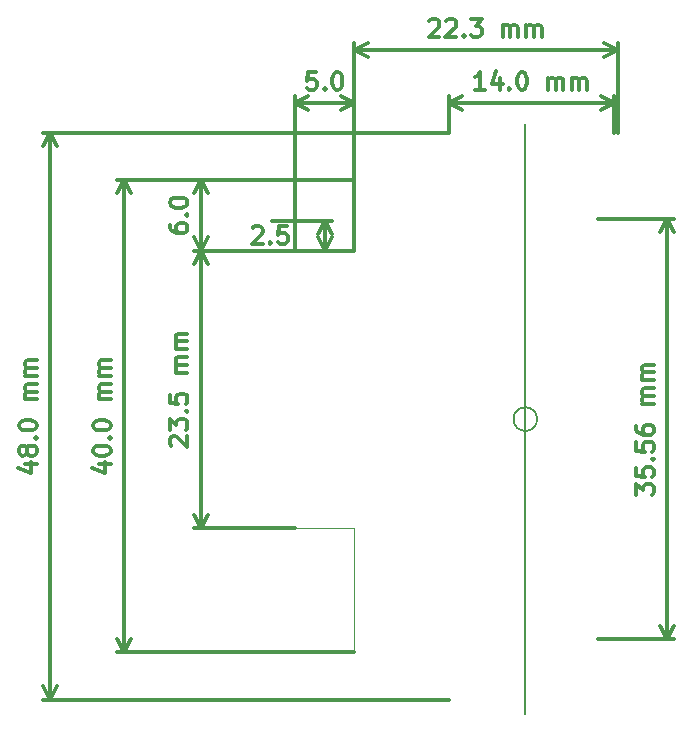
<source format=gbr>
G04 #@! TF.GenerationSoftware,KiCad,Pcbnew,6.0.11-2627ca5db0~126~ubuntu22.04.1*
G04 #@! TF.CreationDate,2023-12-06T10:38:33+01:00*
G04 #@! TF.ProjectId,bus-module_attiny1634,6275732d-6d6f-4647-956c-655f61747469,C*
G04 #@! TF.SameCoordinates,Original*
G04 #@! TF.FileFunction,Other,Comment*
%FSLAX46Y46*%
G04 Gerber Fmt 4.6, Leading zero omitted, Abs format (unit mm)*
G04 Created by KiCad (PCBNEW 6.0.11-2627ca5db0~126~ubuntu22.04.1) date 2023-12-06 10:38:33*
%MOMM*%
%LPD*%
G01*
G04 APERTURE LIST*
%ADD10C,0.100000*%
%ADD11C,0.200000*%
%ADD12C,0.300000*%
G04 APERTURE END LIST*
D10*
X85000000Y-86000000D02*
X80000000Y-86000000D01*
X80000000Y-109500000D02*
X85000000Y-109500000D01*
D11*
X100492000Y-100254000D02*
G75*
G03*
X100492000Y-100254000I-1000000J0D01*
G01*
X99492000Y-75254000D02*
X99492000Y-125254000D01*
D10*
X85000000Y-120000000D02*
X85000000Y-109500000D01*
X85000000Y-80000000D02*
X85000000Y-86000000D01*
D12*
X69521428Y-102535714D02*
X69450000Y-102464285D01*
X69378571Y-102321428D01*
X69378571Y-101964285D01*
X69450000Y-101821428D01*
X69521428Y-101750000D01*
X69664285Y-101678571D01*
X69807142Y-101678571D01*
X70021428Y-101750000D01*
X70878571Y-102607142D01*
X70878571Y-101678571D01*
X69378571Y-101178571D02*
X69378571Y-100250000D01*
X69950000Y-100750000D01*
X69950000Y-100535714D01*
X70021428Y-100392857D01*
X70092857Y-100321428D01*
X70235714Y-100250000D01*
X70592857Y-100250000D01*
X70735714Y-100321428D01*
X70807142Y-100392857D01*
X70878571Y-100535714D01*
X70878571Y-100964285D01*
X70807142Y-101107142D01*
X70735714Y-101178571D01*
X70735714Y-99607142D02*
X70807142Y-99535714D01*
X70878571Y-99607142D01*
X70807142Y-99678571D01*
X70735714Y-99607142D01*
X70878571Y-99607142D01*
X69378571Y-98178571D02*
X69378571Y-98892857D01*
X70092857Y-98964285D01*
X70021428Y-98892857D01*
X69950000Y-98750000D01*
X69950000Y-98392857D01*
X70021428Y-98250000D01*
X70092857Y-98178571D01*
X70235714Y-98107142D01*
X70592857Y-98107142D01*
X70735714Y-98178571D01*
X70807142Y-98250000D01*
X70878571Y-98392857D01*
X70878571Y-98750000D01*
X70807142Y-98892857D01*
X70735714Y-98964285D01*
X70878571Y-96321428D02*
X69878571Y-96321428D01*
X70021428Y-96321428D02*
X69950000Y-96250000D01*
X69878571Y-96107142D01*
X69878571Y-95892857D01*
X69950000Y-95750000D01*
X70092857Y-95678571D01*
X70878571Y-95678571D01*
X70092857Y-95678571D02*
X69950000Y-95607142D01*
X69878571Y-95464285D01*
X69878571Y-95250000D01*
X69950000Y-95107142D01*
X70092857Y-95035714D01*
X70878571Y-95035714D01*
X70878571Y-94321428D02*
X69878571Y-94321428D01*
X70021428Y-94321428D02*
X69950000Y-94250000D01*
X69878571Y-94107142D01*
X69878571Y-93892857D01*
X69950000Y-93750000D01*
X70092857Y-93678571D01*
X70878571Y-93678571D01*
X70092857Y-93678571D02*
X69950000Y-93607142D01*
X69878571Y-93464285D01*
X69878571Y-93250000D01*
X69950000Y-93107142D01*
X70092857Y-93035714D01*
X70878571Y-93035714D01*
X80000000Y-109500000D02*
X71413580Y-109500000D01*
X80000000Y-86000000D02*
X71413580Y-86000000D01*
X72000000Y-109500000D02*
X72000000Y-86000000D01*
X72000000Y-109500000D02*
X72000000Y-86000000D01*
X72000000Y-109500000D02*
X72586421Y-108373496D01*
X72000000Y-109500000D02*
X71413579Y-108373496D01*
X72000000Y-86000000D02*
X71413579Y-87126504D01*
X72000000Y-86000000D02*
X72586421Y-87126504D01*
X69378571Y-83785714D02*
X69378571Y-84071428D01*
X69450000Y-84214285D01*
X69521428Y-84285714D01*
X69735714Y-84428571D01*
X70021428Y-84500000D01*
X70592857Y-84500000D01*
X70735714Y-84428571D01*
X70807142Y-84357142D01*
X70878571Y-84214285D01*
X70878571Y-83928571D01*
X70807142Y-83785714D01*
X70735714Y-83714285D01*
X70592857Y-83642857D01*
X70235714Y-83642857D01*
X70092857Y-83714285D01*
X70021428Y-83785714D01*
X69950000Y-83928571D01*
X69950000Y-84214285D01*
X70021428Y-84357142D01*
X70092857Y-84428571D01*
X70235714Y-84500000D01*
X70735714Y-83000000D02*
X70807142Y-82928571D01*
X70878571Y-83000000D01*
X70807142Y-83071428D01*
X70735714Y-83000000D01*
X70878571Y-83000000D01*
X69378571Y-82000000D02*
X69378571Y-81857142D01*
X69450000Y-81714285D01*
X69521428Y-81642857D01*
X69664285Y-81571428D01*
X69950000Y-81500000D01*
X70307142Y-81500000D01*
X70592857Y-81571428D01*
X70735714Y-81642857D01*
X70807142Y-81714285D01*
X70878571Y-81857142D01*
X70878571Y-82000000D01*
X70807142Y-82142857D01*
X70735714Y-82214285D01*
X70592857Y-82285714D01*
X70307142Y-82357142D01*
X69950000Y-82357142D01*
X69664285Y-82285714D01*
X69521428Y-82214285D01*
X69450000Y-82142857D01*
X69378571Y-82000000D01*
X85000000Y-86000000D02*
X71413580Y-86000000D01*
X85000000Y-80000000D02*
X71413580Y-80000000D01*
X72000000Y-86000000D02*
X72000000Y-80000000D01*
X72000000Y-86000000D02*
X72000000Y-80000000D01*
X72000000Y-86000000D02*
X72586421Y-84873496D01*
X72000000Y-86000000D02*
X71413579Y-84873496D01*
X72000000Y-80000000D02*
X71413579Y-81126504D01*
X72000000Y-80000000D02*
X72586421Y-81126504D01*
X108884571Y-106663428D02*
X108884571Y-105734857D01*
X109456000Y-106234857D01*
X109456000Y-106020571D01*
X109527428Y-105877714D01*
X109598857Y-105806285D01*
X109741714Y-105734857D01*
X110098857Y-105734857D01*
X110241714Y-105806285D01*
X110313142Y-105877714D01*
X110384571Y-106020571D01*
X110384571Y-106449142D01*
X110313142Y-106592000D01*
X110241714Y-106663428D01*
X108884571Y-104377714D02*
X108884571Y-105092000D01*
X109598857Y-105163428D01*
X109527428Y-105092000D01*
X109456000Y-104949142D01*
X109456000Y-104592000D01*
X109527428Y-104449142D01*
X109598857Y-104377714D01*
X109741714Y-104306285D01*
X110098857Y-104306285D01*
X110241714Y-104377714D01*
X110313142Y-104449142D01*
X110384571Y-104592000D01*
X110384571Y-104949142D01*
X110313142Y-105092000D01*
X110241714Y-105163428D01*
X110241714Y-103663428D02*
X110313142Y-103592000D01*
X110384571Y-103663428D01*
X110313142Y-103734857D01*
X110241714Y-103663428D01*
X110384571Y-103663428D01*
X108884571Y-102234857D02*
X108884571Y-102949142D01*
X109598857Y-103020571D01*
X109527428Y-102949142D01*
X109456000Y-102806285D01*
X109456000Y-102449142D01*
X109527428Y-102306285D01*
X109598857Y-102234857D01*
X109741714Y-102163428D01*
X110098857Y-102163428D01*
X110241714Y-102234857D01*
X110313142Y-102306285D01*
X110384571Y-102449142D01*
X110384571Y-102806285D01*
X110313142Y-102949142D01*
X110241714Y-103020571D01*
X108884571Y-100877714D02*
X108884571Y-101163428D01*
X108956000Y-101306285D01*
X109027428Y-101377714D01*
X109241714Y-101520571D01*
X109527428Y-101592000D01*
X110098857Y-101592000D01*
X110241714Y-101520571D01*
X110313142Y-101449142D01*
X110384571Y-101306285D01*
X110384571Y-101020571D01*
X110313142Y-100877714D01*
X110241714Y-100806285D01*
X110098857Y-100734857D01*
X109741714Y-100734857D01*
X109598857Y-100806285D01*
X109527428Y-100877714D01*
X109456000Y-101020571D01*
X109456000Y-101306285D01*
X109527428Y-101449142D01*
X109598857Y-101520571D01*
X109741714Y-101592000D01*
X110384571Y-98949142D02*
X109384571Y-98949142D01*
X109527428Y-98949142D02*
X109456000Y-98877714D01*
X109384571Y-98734857D01*
X109384571Y-98520571D01*
X109456000Y-98377714D01*
X109598857Y-98306285D01*
X110384571Y-98306285D01*
X109598857Y-98306285D02*
X109456000Y-98234857D01*
X109384571Y-98092000D01*
X109384571Y-97877714D01*
X109456000Y-97734857D01*
X109598857Y-97663428D01*
X110384571Y-97663428D01*
X110384571Y-96949142D02*
X109384571Y-96949142D01*
X109527428Y-96949142D02*
X109456000Y-96877714D01*
X109384571Y-96734857D01*
X109384571Y-96520571D01*
X109456000Y-96377714D01*
X109598857Y-96306285D01*
X110384571Y-96306285D01*
X109598857Y-96306285D02*
X109456000Y-96234857D01*
X109384571Y-96092000D01*
X109384571Y-95877714D01*
X109456000Y-95734857D01*
X109598857Y-95663428D01*
X110384571Y-95663428D01*
X105664000Y-118872000D02*
X112092420Y-118872000D01*
X105664000Y-83312000D02*
X112092420Y-83312000D01*
X111506000Y-118872000D02*
X111506000Y-83312000D01*
X111506000Y-118872000D02*
X111506000Y-83312000D01*
X111506000Y-118872000D02*
X112092421Y-117745496D01*
X111506000Y-118872000D02*
X110919579Y-117745496D01*
X111506000Y-83312000D02*
X110919579Y-84438504D01*
X111506000Y-83312000D02*
X112092421Y-84438504D01*
X76400000Y-84066428D02*
X76471428Y-83995000D01*
X76614285Y-83923571D01*
X76971428Y-83923571D01*
X77114285Y-83995000D01*
X77185714Y-84066428D01*
X77257142Y-84209285D01*
X77257142Y-84352142D01*
X77185714Y-84566428D01*
X76328571Y-85423571D01*
X77257142Y-85423571D01*
X77900000Y-85280714D02*
X77971428Y-85352142D01*
X77900000Y-85423571D01*
X77828571Y-85352142D01*
X77900000Y-85280714D01*
X77900000Y-85423571D01*
X79328571Y-83923571D02*
X78614285Y-83923571D01*
X78542857Y-84637857D01*
X78614285Y-84566428D01*
X78757142Y-84495000D01*
X79114285Y-84495000D01*
X79257142Y-84566428D01*
X79328571Y-84637857D01*
X79400000Y-84780714D01*
X79400000Y-85137857D01*
X79328571Y-85280714D01*
X79257142Y-85352142D01*
X79114285Y-85423571D01*
X78757142Y-85423571D01*
X78614285Y-85352142D01*
X78542857Y-85280714D01*
X78025000Y-83495000D02*
X83111420Y-83495000D01*
X78025000Y-85995000D02*
X83111420Y-85995000D01*
X82525000Y-83495000D02*
X82525000Y-85995000D01*
X82525000Y-83495000D02*
X82525000Y-85995000D01*
X82525000Y-83495000D02*
X81938579Y-84621504D01*
X82525000Y-83495000D02*
X83111421Y-84621504D01*
X82525000Y-85995000D02*
X83111421Y-84868496D01*
X82525000Y-85995000D02*
X81938579Y-84868496D01*
X96071428Y-72378571D02*
X95214285Y-72378571D01*
X95642857Y-72378571D02*
X95642857Y-70878571D01*
X95500000Y-71092857D01*
X95357142Y-71235714D01*
X95214285Y-71307142D01*
X97357142Y-71378571D02*
X97357142Y-72378571D01*
X97000000Y-70807142D02*
X96642857Y-71878571D01*
X97571428Y-71878571D01*
X98142857Y-72235714D02*
X98214285Y-72307142D01*
X98142857Y-72378571D01*
X98071428Y-72307142D01*
X98142857Y-72235714D01*
X98142857Y-72378571D01*
X99142857Y-70878571D02*
X99285714Y-70878571D01*
X99428571Y-70950000D01*
X99500000Y-71021428D01*
X99571428Y-71164285D01*
X99642857Y-71450000D01*
X99642857Y-71807142D01*
X99571428Y-72092857D01*
X99500000Y-72235714D01*
X99428571Y-72307142D01*
X99285714Y-72378571D01*
X99142857Y-72378571D01*
X99000000Y-72307142D01*
X98928571Y-72235714D01*
X98857142Y-72092857D01*
X98785714Y-71807142D01*
X98785714Y-71450000D01*
X98857142Y-71164285D01*
X98928571Y-71021428D01*
X99000000Y-70950000D01*
X99142857Y-70878571D01*
X101428571Y-72378571D02*
X101428571Y-71378571D01*
X101428571Y-71521428D02*
X101500000Y-71450000D01*
X101642857Y-71378571D01*
X101857142Y-71378571D01*
X102000000Y-71450000D01*
X102071428Y-71592857D01*
X102071428Y-72378571D01*
X102071428Y-71592857D02*
X102142857Y-71450000D01*
X102285714Y-71378571D01*
X102500000Y-71378571D01*
X102642857Y-71450000D01*
X102714285Y-71592857D01*
X102714285Y-72378571D01*
X103428571Y-72378571D02*
X103428571Y-71378571D01*
X103428571Y-71521428D02*
X103500000Y-71450000D01*
X103642857Y-71378571D01*
X103857142Y-71378571D01*
X104000000Y-71450000D01*
X104071428Y-71592857D01*
X104071428Y-72378571D01*
X104071428Y-71592857D02*
X104142857Y-71450000D01*
X104285714Y-71378571D01*
X104500000Y-71378571D01*
X104642857Y-71450000D01*
X104714285Y-71592857D01*
X104714285Y-72378571D01*
X107000000Y-76000000D02*
X107000000Y-72913580D01*
X93000000Y-76000000D02*
X93000000Y-72913580D01*
X107000000Y-73500000D02*
X93000000Y-73500000D01*
X107000000Y-73500000D02*
X93000000Y-73500000D01*
X107000000Y-73500000D02*
X105873496Y-72913579D01*
X107000000Y-73500000D02*
X105873496Y-74086421D01*
X93000000Y-73500000D02*
X94126504Y-74086421D01*
X93000000Y-73500000D02*
X94126504Y-72913579D01*
X63378571Y-104071428D02*
X64378571Y-104071428D01*
X62807142Y-104428571D02*
X63878571Y-104785714D01*
X63878571Y-103857142D01*
X62878571Y-103000000D02*
X62878571Y-102857142D01*
X62950000Y-102714285D01*
X63021428Y-102642857D01*
X63164285Y-102571428D01*
X63450000Y-102500000D01*
X63807142Y-102500000D01*
X64092857Y-102571428D01*
X64235714Y-102642857D01*
X64307142Y-102714285D01*
X64378571Y-102857142D01*
X64378571Y-103000000D01*
X64307142Y-103142857D01*
X64235714Y-103214285D01*
X64092857Y-103285714D01*
X63807142Y-103357142D01*
X63450000Y-103357142D01*
X63164285Y-103285714D01*
X63021428Y-103214285D01*
X62950000Y-103142857D01*
X62878571Y-103000000D01*
X64235714Y-101857142D02*
X64307142Y-101785714D01*
X64378571Y-101857142D01*
X64307142Y-101928571D01*
X64235714Y-101857142D01*
X64378571Y-101857142D01*
X62878571Y-100857142D02*
X62878571Y-100714285D01*
X62950000Y-100571428D01*
X63021428Y-100500000D01*
X63164285Y-100428571D01*
X63450000Y-100357142D01*
X63807142Y-100357142D01*
X64092857Y-100428571D01*
X64235714Y-100500000D01*
X64307142Y-100571428D01*
X64378571Y-100714285D01*
X64378571Y-100857142D01*
X64307142Y-101000000D01*
X64235714Y-101071428D01*
X64092857Y-101142857D01*
X63807142Y-101214285D01*
X63450000Y-101214285D01*
X63164285Y-101142857D01*
X63021428Y-101071428D01*
X62950000Y-101000000D01*
X62878571Y-100857142D01*
X64378571Y-98571428D02*
X63378571Y-98571428D01*
X63521428Y-98571428D02*
X63450000Y-98500000D01*
X63378571Y-98357142D01*
X63378571Y-98142857D01*
X63450000Y-98000000D01*
X63592857Y-97928571D01*
X64378571Y-97928571D01*
X63592857Y-97928571D02*
X63450000Y-97857142D01*
X63378571Y-97714285D01*
X63378571Y-97500000D01*
X63450000Y-97357142D01*
X63592857Y-97285714D01*
X64378571Y-97285714D01*
X64378571Y-96571428D02*
X63378571Y-96571428D01*
X63521428Y-96571428D02*
X63450000Y-96500000D01*
X63378571Y-96357142D01*
X63378571Y-96142857D01*
X63450000Y-96000000D01*
X63592857Y-95928571D01*
X64378571Y-95928571D01*
X63592857Y-95928571D02*
X63450000Y-95857142D01*
X63378571Y-95714285D01*
X63378571Y-95500000D01*
X63450000Y-95357142D01*
X63592857Y-95285714D01*
X64378571Y-95285714D01*
X85000000Y-120000000D02*
X64913580Y-120000000D01*
X85000000Y-80000000D02*
X64913580Y-80000000D01*
X65500000Y-120000000D02*
X65500000Y-80000000D01*
X65500000Y-120000000D02*
X65500000Y-80000000D01*
X65500000Y-120000000D02*
X66086421Y-118873496D01*
X65500000Y-120000000D02*
X64913579Y-118873496D01*
X65500000Y-80000000D02*
X64913579Y-81126504D01*
X65500000Y-80000000D02*
X66086421Y-81126504D01*
X91364285Y-66541428D02*
X91435714Y-66470000D01*
X91578571Y-66398571D01*
X91935714Y-66398571D01*
X92078571Y-66470000D01*
X92150000Y-66541428D01*
X92221428Y-66684285D01*
X92221428Y-66827142D01*
X92150000Y-67041428D01*
X91292857Y-67898571D01*
X92221428Y-67898571D01*
X92792857Y-66541428D02*
X92864285Y-66470000D01*
X93007142Y-66398571D01*
X93364285Y-66398571D01*
X93507142Y-66470000D01*
X93578571Y-66541428D01*
X93650000Y-66684285D01*
X93650000Y-66827142D01*
X93578571Y-67041428D01*
X92721428Y-67898571D01*
X93650000Y-67898571D01*
X94292857Y-67755714D02*
X94364285Y-67827142D01*
X94292857Y-67898571D01*
X94221428Y-67827142D01*
X94292857Y-67755714D01*
X94292857Y-67898571D01*
X94864285Y-66398571D02*
X95792857Y-66398571D01*
X95292857Y-66970000D01*
X95507142Y-66970000D01*
X95650000Y-67041428D01*
X95721428Y-67112857D01*
X95792857Y-67255714D01*
X95792857Y-67612857D01*
X95721428Y-67755714D01*
X95650000Y-67827142D01*
X95507142Y-67898571D01*
X95078571Y-67898571D01*
X94935714Y-67827142D01*
X94864285Y-67755714D01*
X97578571Y-67898571D02*
X97578571Y-66898571D01*
X97578571Y-67041428D02*
X97650000Y-66970000D01*
X97792857Y-66898571D01*
X98007142Y-66898571D01*
X98150000Y-66970000D01*
X98221428Y-67112857D01*
X98221428Y-67898571D01*
X98221428Y-67112857D02*
X98292857Y-66970000D01*
X98435714Y-66898571D01*
X98650000Y-66898571D01*
X98792857Y-66970000D01*
X98864285Y-67112857D01*
X98864285Y-67898571D01*
X99578571Y-67898571D02*
X99578571Y-66898571D01*
X99578571Y-67041428D02*
X99650000Y-66970000D01*
X99792857Y-66898571D01*
X100007142Y-66898571D01*
X100150000Y-66970000D01*
X100221428Y-67112857D01*
X100221428Y-67898571D01*
X100221428Y-67112857D02*
X100292857Y-66970000D01*
X100435714Y-66898571D01*
X100650000Y-66898571D01*
X100792857Y-66970000D01*
X100864285Y-67112857D01*
X100864285Y-67898571D01*
X85000000Y-76020000D02*
X85000000Y-68433580D01*
X107300000Y-76020000D02*
X107300000Y-68433580D01*
X85000000Y-69020000D02*
X107300000Y-69020000D01*
X85000000Y-69020000D02*
X107300000Y-69020000D01*
X85000000Y-69020000D02*
X86126504Y-69606421D01*
X85000000Y-69020000D02*
X86126504Y-68433579D01*
X107300000Y-69020000D02*
X106173496Y-68433579D01*
X107300000Y-69020000D02*
X106173496Y-69606421D01*
X57128571Y-104071428D02*
X58128571Y-104071428D01*
X56557142Y-104428571D02*
X57628571Y-104785714D01*
X57628571Y-103857142D01*
X57271428Y-103071428D02*
X57200000Y-103214285D01*
X57128571Y-103285714D01*
X56985714Y-103357142D01*
X56914285Y-103357142D01*
X56771428Y-103285714D01*
X56700000Y-103214285D01*
X56628571Y-103071428D01*
X56628571Y-102785714D01*
X56700000Y-102642857D01*
X56771428Y-102571428D01*
X56914285Y-102500000D01*
X56985714Y-102500000D01*
X57128571Y-102571428D01*
X57200000Y-102642857D01*
X57271428Y-102785714D01*
X57271428Y-103071428D01*
X57342857Y-103214285D01*
X57414285Y-103285714D01*
X57557142Y-103357142D01*
X57842857Y-103357142D01*
X57985714Y-103285714D01*
X58057142Y-103214285D01*
X58128571Y-103071428D01*
X58128571Y-102785714D01*
X58057142Y-102642857D01*
X57985714Y-102571428D01*
X57842857Y-102500000D01*
X57557142Y-102500000D01*
X57414285Y-102571428D01*
X57342857Y-102642857D01*
X57271428Y-102785714D01*
X57985714Y-101857142D02*
X58057142Y-101785714D01*
X58128571Y-101857142D01*
X58057142Y-101928571D01*
X57985714Y-101857142D01*
X58128571Y-101857142D01*
X56628571Y-100857142D02*
X56628571Y-100714285D01*
X56700000Y-100571428D01*
X56771428Y-100500000D01*
X56914285Y-100428571D01*
X57200000Y-100357142D01*
X57557142Y-100357142D01*
X57842857Y-100428571D01*
X57985714Y-100500000D01*
X58057142Y-100571428D01*
X58128571Y-100714285D01*
X58128571Y-100857142D01*
X58057142Y-101000000D01*
X57985714Y-101071428D01*
X57842857Y-101142857D01*
X57557142Y-101214285D01*
X57200000Y-101214285D01*
X56914285Y-101142857D01*
X56771428Y-101071428D01*
X56700000Y-101000000D01*
X56628571Y-100857142D01*
X58128571Y-98571428D02*
X57128571Y-98571428D01*
X57271428Y-98571428D02*
X57200000Y-98500000D01*
X57128571Y-98357142D01*
X57128571Y-98142857D01*
X57200000Y-98000000D01*
X57342857Y-97928571D01*
X58128571Y-97928571D01*
X57342857Y-97928571D02*
X57200000Y-97857142D01*
X57128571Y-97714285D01*
X57128571Y-97500000D01*
X57200000Y-97357142D01*
X57342857Y-97285714D01*
X58128571Y-97285714D01*
X58128571Y-96571428D02*
X57128571Y-96571428D01*
X57271428Y-96571428D02*
X57200000Y-96500000D01*
X57128571Y-96357142D01*
X57128571Y-96142857D01*
X57200000Y-96000000D01*
X57342857Y-95928571D01*
X58128571Y-95928571D01*
X57342857Y-95928571D02*
X57200000Y-95857142D01*
X57128571Y-95714285D01*
X57128571Y-95500000D01*
X57200000Y-95357142D01*
X57342857Y-95285714D01*
X58128571Y-95285714D01*
X93000000Y-124000000D02*
X58663580Y-124000000D01*
X93000000Y-76000000D02*
X58663580Y-76000000D01*
X59250000Y-124000000D02*
X59250000Y-76000000D01*
X59250000Y-124000000D02*
X59250000Y-76000000D01*
X59250000Y-124000000D02*
X59836421Y-122873496D01*
X59250000Y-124000000D02*
X58663579Y-122873496D01*
X59250000Y-76000000D02*
X58663579Y-77126504D01*
X59250000Y-76000000D02*
X59836421Y-77126504D01*
X81785714Y-70878571D02*
X81071428Y-70878571D01*
X81000000Y-71592857D01*
X81071428Y-71521428D01*
X81214285Y-71450000D01*
X81571428Y-71450000D01*
X81714285Y-71521428D01*
X81785714Y-71592857D01*
X81857142Y-71735714D01*
X81857142Y-72092857D01*
X81785714Y-72235714D01*
X81714285Y-72307142D01*
X81571428Y-72378571D01*
X81214285Y-72378571D01*
X81071428Y-72307142D01*
X81000000Y-72235714D01*
X82500000Y-72235714D02*
X82571428Y-72307142D01*
X82500000Y-72378571D01*
X82428571Y-72307142D01*
X82500000Y-72235714D01*
X82500000Y-72378571D01*
X83500000Y-70878571D02*
X83642857Y-70878571D01*
X83785714Y-70950000D01*
X83857142Y-71021428D01*
X83928571Y-71164285D01*
X84000000Y-71450000D01*
X84000000Y-71807142D01*
X83928571Y-72092857D01*
X83857142Y-72235714D01*
X83785714Y-72307142D01*
X83642857Y-72378571D01*
X83500000Y-72378571D01*
X83357142Y-72307142D01*
X83285714Y-72235714D01*
X83214285Y-72092857D01*
X83142857Y-71807142D01*
X83142857Y-71450000D01*
X83214285Y-71164285D01*
X83285714Y-71021428D01*
X83357142Y-70950000D01*
X83500000Y-70878571D01*
X80000000Y-86000000D02*
X80000000Y-72913580D01*
X85000000Y-86000000D02*
X85000000Y-72913580D01*
X80000000Y-73500000D02*
X85000000Y-73500000D01*
X80000000Y-73500000D02*
X85000000Y-73500000D01*
X80000000Y-73500000D02*
X81126504Y-74086421D01*
X80000000Y-73500000D02*
X81126504Y-72913579D01*
X85000000Y-73500000D02*
X83873496Y-72913579D01*
X85000000Y-73500000D02*
X83873496Y-74086421D01*
M02*

</source>
